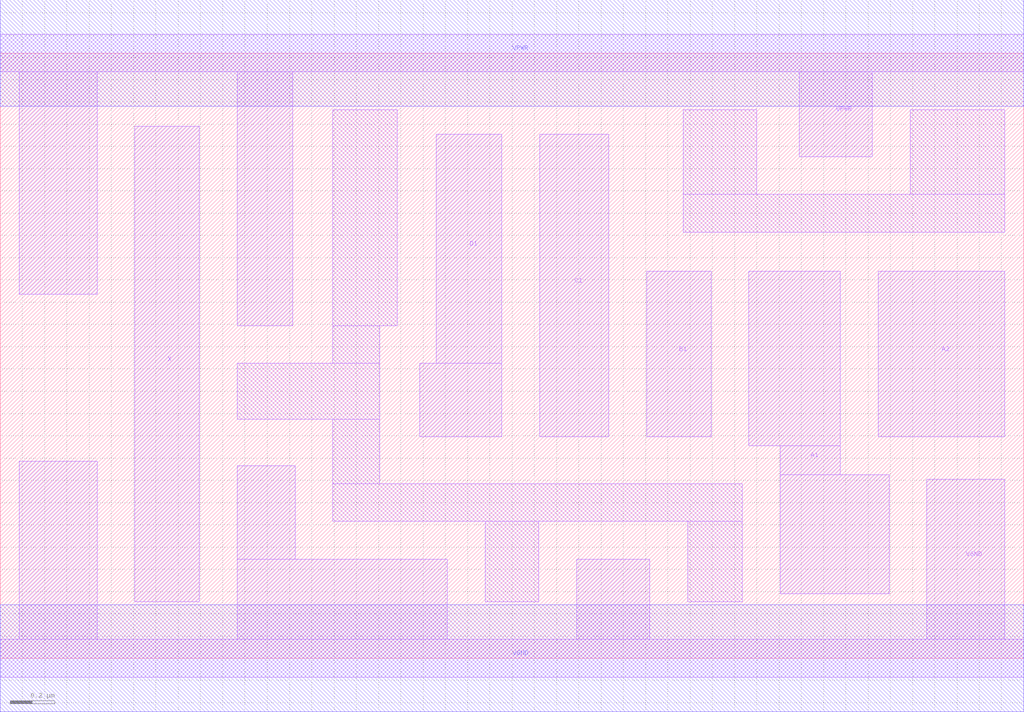
<source format=lef>
# Copyright 2020 The SkyWater PDK Authors
#
# Licensed under the Apache License, Version 2.0 (the "License");
# you may not use this file except in compliance with the License.
# You may obtain a copy of the License at
#
#     https://www.apache.org/licenses/LICENSE-2.0
#
# Unless required by applicable law or agreed to in writing, software
# distributed under the License is distributed on an "AS IS" BASIS,
# WITHOUT WARRANTIES OR CONDITIONS OF ANY KIND, either express or implied.
# See the License for the specific language governing permissions and
# limitations under the License.
#
# SPDX-License-Identifier: Apache-2.0

VERSION 5.5 ;
NAMESCASESENSITIVE ON ;
BUSBITCHARS "[]" ;
DIVIDERCHAR "/" ;
MACRO sky130_fd_sc_hd__a2111o_2
  CLASS CORE ;
  SOURCE USER ;
  ORIGIN  0.000000  0.000000 ;
  SIZE  4.600000 BY  2.720000 ;
  SYMMETRY X Y R90 ;
  SITE unithd ;
  PIN A1
    ANTENNAGATEAREA  0.247500 ;
    DIRECTION INPUT ;
    USE SIGNAL ;
    PORT
      LAYER li1 ;
        RECT 3.365000 0.955000 3.775000 1.740000 ;
        RECT 3.505000 0.290000 3.995000 0.825000 ;
        RECT 3.505000 0.825000 3.775000 0.955000 ;
    END
  END A1
  PIN A2
    ANTENNAGATEAREA  0.247500 ;
    DIRECTION INPUT ;
    USE SIGNAL ;
    PORT
      LAYER li1 ;
        RECT 3.945000 0.995000 4.515000 1.740000 ;
    END
  END A2
  PIN B1
    ANTENNAGATEAREA  0.247500 ;
    DIRECTION INPUT ;
    USE SIGNAL ;
    PORT
      LAYER li1 ;
        RECT 2.905000 0.995000 3.195000 1.740000 ;
    END
  END B1
  PIN C1
    ANTENNAGATEAREA  0.247500 ;
    DIRECTION INPUT ;
    USE SIGNAL ;
    PORT
      LAYER li1 ;
        RECT 2.425000 0.995000 2.735000 2.355000 ;
    END
  END C1
  PIN D1
    ANTENNAGATEAREA  0.247500 ;
    DIRECTION INPUT ;
    USE SIGNAL ;
    PORT
      LAYER li1 ;
        RECT 1.885000 0.995000 2.255000 1.325000 ;
        RECT 1.960000 1.325000 2.255000 2.355000 ;
    END
  END D1
  PIN X
    ANTENNADIFFAREA  0.462000 ;
    DIRECTION OUTPUT ;
    USE SIGNAL ;
    PORT
      LAYER li1 ;
        RECT 0.605000 0.255000 0.895000 2.390000 ;
    END
  END X
  PIN VGND
    DIRECTION INOUT ;
    SHAPE ABUTMENT ;
    USE GROUND ;
    PORT
      LAYER li1 ;
        RECT 0.000000 -0.085000 4.600000 0.085000 ;
        RECT 0.085000  0.085000 0.435000 0.885000 ;
        RECT 1.065000  0.085000 2.010000 0.445000 ;
        RECT 1.065000  0.445000 1.325000 0.865000 ;
        RECT 2.590000  0.085000 2.920000 0.445000 ;
        RECT 4.165000  0.085000 4.515000 0.805000 ;
    END
    PORT
      LAYER met1 ;
        RECT 0.000000 -0.240000 4.600000 0.240000 ;
    END
  END VGND
  PIN VNB
    DIRECTION INOUT ;
    USE GROUND ;
    PORT
    END
  END VNB
  PIN VPB
    DIRECTION INOUT ;
    USE POWER ;
    PORT
    END
  END VPB
  PIN VPWR
    DIRECTION INOUT ;
    SHAPE ABUTMENT ;
    USE POWER ;
    PORT
      LAYER li1 ;
        RECT 0.000000 2.635000 4.600000 2.805000 ;
        RECT 0.085000 1.635000 0.435000 2.635000 ;
        RECT 1.065000 1.495000 1.315000 2.635000 ;
        RECT 3.590000 2.255000 3.920000 2.635000 ;
    END
    PORT
      LAYER met1 ;
        RECT 0.000000 2.480000 4.600000 2.960000 ;
    END
  END VPWR
  OBS
    LAYER li1 ;
      RECT 1.065000 1.075000 1.705000 1.325000 ;
      RECT 1.495000 0.615000 3.335000 0.785000 ;
      RECT 1.495000 0.785000 1.705000 1.075000 ;
      RECT 1.495000 1.325000 1.705000 1.495000 ;
      RECT 1.495000 1.495000 1.785000 2.465000 ;
      RECT 2.180000 0.255000 2.420000 0.615000 ;
      RECT 3.070000 1.915000 4.515000 2.085000 ;
      RECT 3.070000 2.085000 3.400000 2.465000 ;
      RECT 3.090000 0.255000 3.335000 0.615000 ;
      RECT 4.090000 2.085000 4.515000 2.465000 ;
  END
END sky130_fd_sc_hd__a2111o_2
END LIBRARY

</source>
